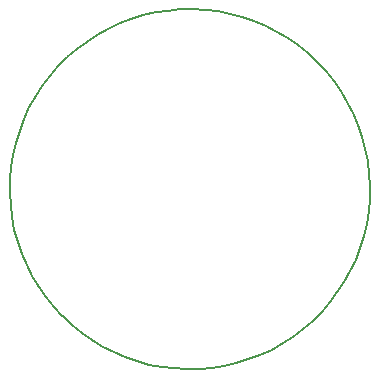
<source format=gbr>
G04 CAM Products 2000  RS274-X Output*
G04 Serial Number: 0000-00-00000*
G04 File Name:ir_sensor_board_outline.gbr *
%FSLAX34Y34*%
%MOIN*%
%SFA1B1*%

%IPPOS*%
%ADD10C,0.005500*%
%ADD11C,0.006000*%
%ADD13C,0.013000*%
%ADD14C,0.025000*%
%ADD15R,0.074800X0.100000*%
%ADD16R,0.059100X0.059100*%
%ADD17C,0.059100*%
%ADD18R,0.070900X0.070900*%
%ADD19C,0.070900*%
%ADD20C,0.059000*%
%ADD21C,0.078700*%
%ADD22C,0.138000*%
%ADD28C,0.086700*%
%ADD29C,0.067000*%
%ADD32R,0.078900X0.078900*%
%ADD34C,0.067100*%
%ADD36R,0.067100X0.067100*%
%ADD38R,0.082800X0.108000*%
%ADD41C,0.007700*%
%ADD500C,0.035000*%
%ADD501C,0.039400*%
%ADD502C,0.047200*%
%ADD503C,0.138000*%
%LNir_sensor_board_outline-1*%
%LPD*%
G54D10*
X3940Y3940D02*
D01*
X4247Y3655*
X4572Y3391*
X4915Y3151*
X5274Y2935*
X5647Y2745*
X6033Y2582*
X6429Y2445*
X6833Y2337*
X7244Y2257*
X7660Y2206*
X8078Y2184*
X8497Y2191*
X8914Y2228*
X9327Y2293*
X9735Y2387*
X10136Y2509*
X10527Y2659*
X10906Y2836*
X11273Y3039*
X11624Y3267*
X11958Y3519*
X12275Y3794*
X12571Y4090*
X12846Y4406*
X13098Y4740*
X13326Y5091*
X13529Y5457*
X13706Y5837*
X13856Y6228*
X13979Y6628*
X14073Y7036*
X14139Y7450*
X14176Y7867*
X14183Y8286*
X14161Y8704*
X14111Y9119*
X14031Y9530*
X13923Y9935*
X13787Y10331*
X13623Y10717*
X13433Y11090*
X13218Y11449*
X12978Y11792*
X12714Y12118*
X12429Y12424*
X12425Y12425*
X12119Y12711*
X11794Y12975*
X11451Y13215*
X11092Y13431*
X10719Y13621*
X10333Y13784*
X9937Y13921*
X9533Y14029*
X9122Y14109*
X8706Y14160*
X8288Y14182*
X7869Y14175*
X7452Y14138*
X7039Y14073*
X6631Y13979*
X6230Y13857*
X5839Y13707*
X5460Y13530*
X5093Y13327*
X4742Y13099*
X4408Y12847*
X4091Y12572*
X3795Y12276*
X3520Y11960*
X3268Y11626*
X3040Y11275*
X2837Y10909*
X2660Y10529*
X2510Y10138*
X2387Y9738*
X2293Y9330*
X2227Y8916*
X2190Y8499*
X2183Y8080*
X2205Y7662*
X2255Y7247*
X2335Y6836*
X2443Y6431*
X2579Y6035*
X2743Y5649*
X2933Y5276*
X3148Y4917*
X3388Y4574*
X3652Y4248*
X3937Y3942*
X3940Y3940*
M02*
</source>
